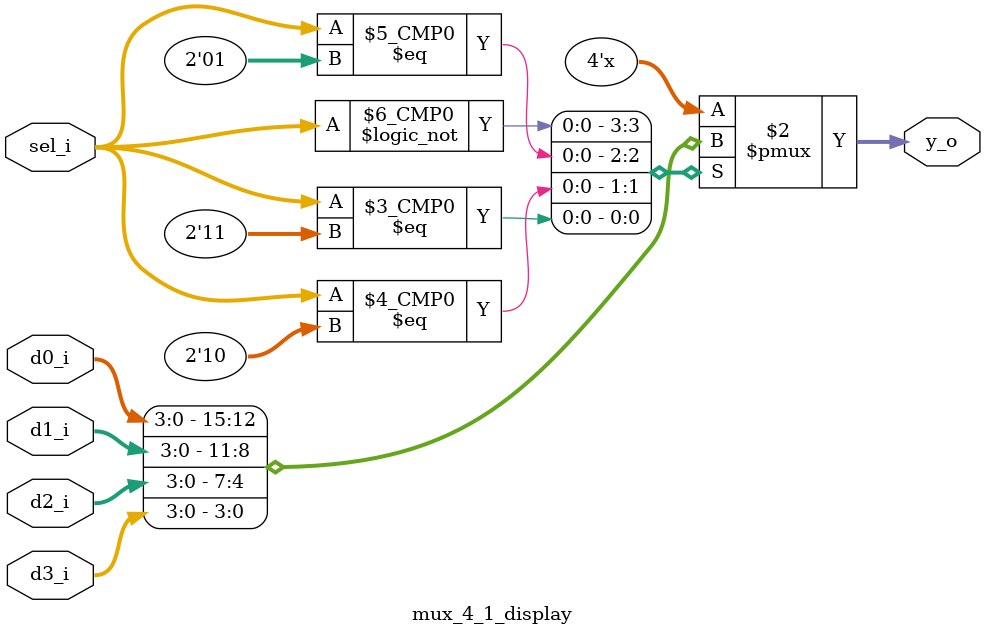
<source format=sv>
`timescale 1ns / 1ps

module mux_4_1_display (                                 //Parametrización de entradas y salidas del MUX
    input logic  [3 : 0]     d0_i,               //Entradas del MUX
    input logic  [3 : 0]     d1_i,               
    input logic  [3 : 0]     d2_i,
    input logic  [3 : 0]     d3_i,
    input logic  [1 : 0]     sel_i,              //Bit de seleccion del MUX
    output logic [3 : 0]     y_o);               //Salida del MUX
    
    always @ (*) begin
        case (sel_i)                             //Se crea un case el cual hace el comportamiento del MUX
            2'h0    :  y_o = d0_i;               //Si el selector toma el valor de 00 , la salida del MUX es D0
            2'h1    :  y_o = d1_i;               //Si el selectot toma el valor de 01 , la salida del MUX es D1
            2'h2    :  y_o = d2_i;               //Si el selector toma el valor de 10 , la salida del MUX es D2
            2'h3    :  y_o = d3_i;               //Si el selector toma el valor de 11 , la salida del MUX es D3
            default :  y_o = 1'bx;               //Para el caso especial de si el selector es X o Z
        endcase
    end
    
endmodule

</source>
